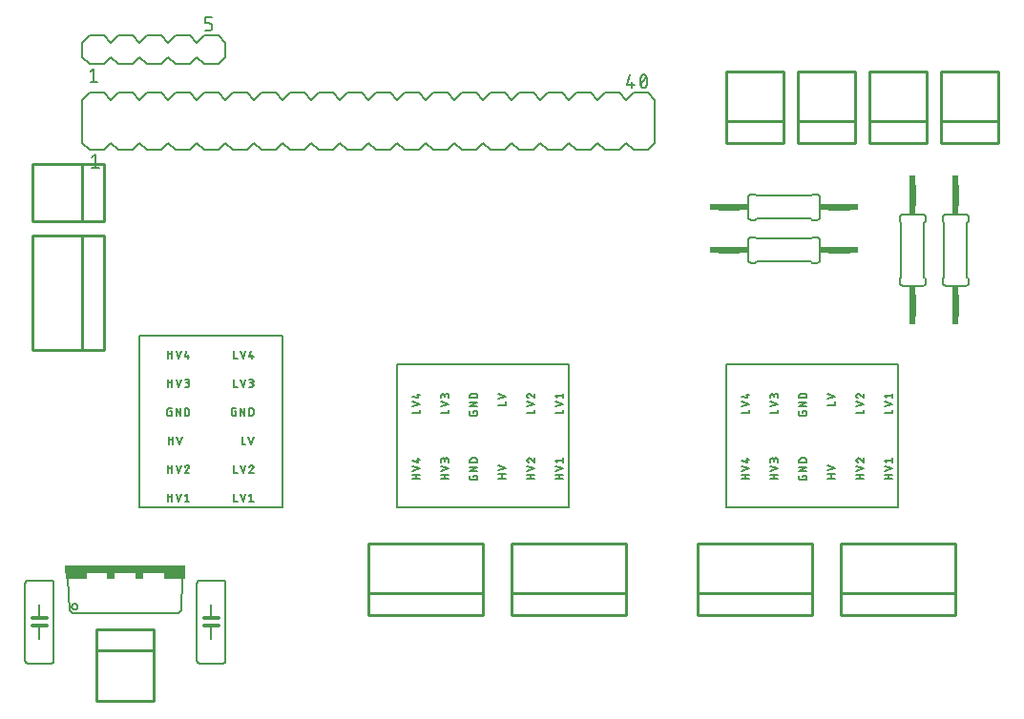
<source format=gto>
G75*
%MOIN*%
%OFA0B0*%
%FSLAX25Y25*%
%IPPOS*%
%LPD*%
%AMOC8*
5,1,8,0,0,1.08239X$1,22.5*
%
%ADD10C,0.00500*%
%ADD11C,0.00600*%
%ADD12C,0.01000*%
%ADD13C,0.01200*%
%ADD14R,0.42000X0.03000*%
%ADD15R,0.07500X0.02000*%
%ADD16R,0.03000X0.02000*%
%ADD17C,0.02400*%
%ADD18R,0.02400X0.03400*%
%ADD19R,0.03400X0.02400*%
D10*
X0025500Y0041000D02*
X0024500Y0042000D01*
X0024000Y0053500D01*
X0025300Y0043400D02*
X0025302Y0043463D01*
X0025308Y0043525D01*
X0025318Y0043587D01*
X0025331Y0043649D01*
X0025349Y0043709D01*
X0025370Y0043768D01*
X0025395Y0043826D01*
X0025424Y0043882D01*
X0025456Y0043936D01*
X0025491Y0043988D01*
X0025529Y0044037D01*
X0025571Y0044085D01*
X0025615Y0044129D01*
X0025663Y0044171D01*
X0025712Y0044209D01*
X0025764Y0044244D01*
X0025818Y0044276D01*
X0025874Y0044305D01*
X0025932Y0044330D01*
X0025991Y0044351D01*
X0026051Y0044369D01*
X0026113Y0044382D01*
X0026175Y0044392D01*
X0026237Y0044398D01*
X0026300Y0044400D01*
X0026363Y0044398D01*
X0026425Y0044392D01*
X0026487Y0044382D01*
X0026549Y0044369D01*
X0026609Y0044351D01*
X0026668Y0044330D01*
X0026726Y0044305D01*
X0026782Y0044276D01*
X0026836Y0044244D01*
X0026888Y0044209D01*
X0026937Y0044171D01*
X0026985Y0044129D01*
X0027029Y0044085D01*
X0027071Y0044037D01*
X0027109Y0043988D01*
X0027144Y0043936D01*
X0027176Y0043882D01*
X0027205Y0043826D01*
X0027230Y0043768D01*
X0027251Y0043709D01*
X0027269Y0043649D01*
X0027282Y0043587D01*
X0027292Y0043525D01*
X0027298Y0043463D01*
X0027300Y0043400D01*
X0027298Y0043337D01*
X0027292Y0043275D01*
X0027282Y0043213D01*
X0027269Y0043151D01*
X0027251Y0043091D01*
X0027230Y0043032D01*
X0027205Y0042974D01*
X0027176Y0042918D01*
X0027144Y0042864D01*
X0027109Y0042812D01*
X0027071Y0042763D01*
X0027029Y0042715D01*
X0026985Y0042671D01*
X0026937Y0042629D01*
X0026888Y0042591D01*
X0026836Y0042556D01*
X0026782Y0042524D01*
X0026726Y0042495D01*
X0026668Y0042470D01*
X0026609Y0042449D01*
X0026549Y0042431D01*
X0026487Y0042418D01*
X0026425Y0042408D01*
X0026363Y0042402D01*
X0026300Y0042400D01*
X0026237Y0042402D01*
X0026175Y0042408D01*
X0026113Y0042418D01*
X0026051Y0042431D01*
X0025991Y0042449D01*
X0025932Y0042470D01*
X0025874Y0042495D01*
X0025818Y0042524D01*
X0025764Y0042556D01*
X0025712Y0042591D01*
X0025663Y0042629D01*
X0025615Y0042671D01*
X0025571Y0042715D01*
X0025529Y0042763D01*
X0025491Y0042812D01*
X0025456Y0042864D01*
X0025424Y0042918D01*
X0025395Y0042974D01*
X0025370Y0043032D01*
X0025349Y0043091D01*
X0025331Y0043151D01*
X0025318Y0043213D01*
X0025308Y0043275D01*
X0025302Y0043337D01*
X0025300Y0043400D01*
X0025500Y0041000D02*
X0062500Y0041000D01*
X0063500Y0042000D01*
X0064000Y0053500D01*
X0049000Y0078000D02*
X0049000Y0138000D01*
X0099000Y0138000D01*
X0099000Y0078000D01*
X0049000Y0078000D01*
X0139000Y0078000D02*
X0139000Y0128000D01*
X0199000Y0128000D01*
X0199000Y0078000D01*
X0139000Y0078000D01*
X0254000Y0078000D02*
X0254000Y0128000D01*
X0314000Y0128000D01*
X0314000Y0078000D01*
X0254000Y0078000D01*
X0221000Y0224750D02*
X0221000Y0226750D01*
X0221750Y0225750D02*
X0219250Y0225750D01*
X0220250Y0229250D01*
X0226250Y0227000D02*
X0226248Y0226880D01*
X0226242Y0226760D01*
X0226232Y0226640D01*
X0226219Y0226521D01*
X0226201Y0226402D01*
X0226180Y0226284D01*
X0226155Y0226166D01*
X0226126Y0226050D01*
X0226093Y0225934D01*
X0226057Y0225820D01*
X0226017Y0225706D01*
X0225973Y0225594D01*
X0225926Y0225484D01*
X0225875Y0225375D01*
X0225854Y0225319D01*
X0225828Y0225264D01*
X0225800Y0225210D01*
X0225768Y0225159D01*
X0225733Y0225110D01*
X0225694Y0225064D01*
X0225653Y0225020D01*
X0225609Y0224978D01*
X0225562Y0224940D01*
X0225513Y0224905D01*
X0225461Y0224873D01*
X0225408Y0224845D01*
X0225353Y0224820D01*
X0225297Y0224799D01*
X0225239Y0224781D01*
X0225180Y0224768D01*
X0225120Y0224758D01*
X0225060Y0224752D01*
X0225000Y0224750D01*
X0224940Y0224752D01*
X0224880Y0224758D01*
X0224820Y0224768D01*
X0224761Y0224781D01*
X0224703Y0224799D01*
X0224647Y0224820D01*
X0224592Y0224845D01*
X0224539Y0224873D01*
X0224487Y0224905D01*
X0224438Y0224940D01*
X0224391Y0224978D01*
X0224347Y0225020D01*
X0224306Y0225064D01*
X0224267Y0225110D01*
X0224232Y0225159D01*
X0224200Y0225210D01*
X0224172Y0225264D01*
X0224146Y0225319D01*
X0224125Y0225375D01*
X0224000Y0225750D02*
X0226000Y0228250D01*
X0225875Y0228625D02*
X0225854Y0228681D01*
X0225828Y0228736D01*
X0225800Y0228790D01*
X0225768Y0228841D01*
X0225733Y0228890D01*
X0225694Y0228936D01*
X0225653Y0228980D01*
X0225609Y0229022D01*
X0225562Y0229060D01*
X0225513Y0229095D01*
X0225461Y0229127D01*
X0225408Y0229155D01*
X0225353Y0229180D01*
X0225297Y0229201D01*
X0225239Y0229219D01*
X0225180Y0229232D01*
X0225120Y0229242D01*
X0225060Y0229248D01*
X0225000Y0229250D01*
X0224940Y0229248D01*
X0224880Y0229242D01*
X0224820Y0229232D01*
X0224761Y0229219D01*
X0224703Y0229201D01*
X0224647Y0229180D01*
X0224592Y0229155D01*
X0224539Y0229127D01*
X0224487Y0229095D01*
X0224438Y0229060D01*
X0224391Y0229022D01*
X0224347Y0228980D01*
X0224306Y0228936D01*
X0224267Y0228890D01*
X0224232Y0228841D01*
X0224200Y0228790D01*
X0224172Y0228736D01*
X0224146Y0228681D01*
X0224125Y0228625D01*
X0225875Y0228625D02*
X0225926Y0228516D01*
X0225973Y0228406D01*
X0226017Y0228294D01*
X0226057Y0228180D01*
X0226093Y0228066D01*
X0226126Y0227950D01*
X0226155Y0227834D01*
X0226180Y0227716D01*
X0226201Y0227598D01*
X0226219Y0227479D01*
X0226232Y0227360D01*
X0226242Y0227240D01*
X0226248Y0227120D01*
X0226250Y0227000D01*
X0223750Y0227000D02*
X0223752Y0226880D01*
X0223758Y0226760D01*
X0223768Y0226640D01*
X0223781Y0226521D01*
X0223799Y0226402D01*
X0223820Y0226284D01*
X0223845Y0226166D01*
X0223874Y0226050D01*
X0223907Y0225934D01*
X0223943Y0225820D01*
X0223983Y0225706D01*
X0224027Y0225594D01*
X0224074Y0225484D01*
X0224125Y0225375D01*
X0223750Y0227000D02*
X0223752Y0227120D01*
X0223758Y0227240D01*
X0223768Y0227360D01*
X0223781Y0227479D01*
X0223799Y0227598D01*
X0223820Y0227716D01*
X0223845Y0227834D01*
X0223874Y0227950D01*
X0223907Y0228066D01*
X0223943Y0228180D01*
X0223983Y0228294D01*
X0224027Y0228406D01*
X0224074Y0228516D01*
X0224125Y0228625D01*
X0074250Y0245750D02*
X0074250Y0246250D01*
X0074248Y0246310D01*
X0074243Y0246371D01*
X0074234Y0246430D01*
X0074221Y0246489D01*
X0074205Y0246548D01*
X0074185Y0246605D01*
X0074162Y0246660D01*
X0074135Y0246715D01*
X0074106Y0246767D01*
X0074073Y0246818D01*
X0074037Y0246867D01*
X0073999Y0246913D01*
X0073957Y0246957D01*
X0073913Y0246999D01*
X0073867Y0247037D01*
X0073818Y0247073D01*
X0073767Y0247106D01*
X0073715Y0247135D01*
X0073660Y0247162D01*
X0073605Y0247185D01*
X0073548Y0247205D01*
X0073489Y0247221D01*
X0073430Y0247234D01*
X0073371Y0247243D01*
X0073310Y0247248D01*
X0073250Y0247250D01*
X0071750Y0247250D01*
X0071750Y0249250D01*
X0074250Y0249250D01*
X0074250Y0245750D02*
X0074248Y0245690D01*
X0074243Y0245629D01*
X0074234Y0245570D01*
X0074221Y0245511D01*
X0074205Y0245452D01*
X0074185Y0245395D01*
X0074162Y0245340D01*
X0074135Y0245285D01*
X0074106Y0245233D01*
X0074073Y0245182D01*
X0074037Y0245133D01*
X0073999Y0245087D01*
X0073957Y0245043D01*
X0073913Y0245001D01*
X0073867Y0244963D01*
X0073818Y0244927D01*
X0073767Y0244894D01*
X0073715Y0244865D01*
X0073660Y0244838D01*
X0073605Y0244815D01*
X0073548Y0244795D01*
X0073489Y0244779D01*
X0073430Y0244766D01*
X0073371Y0244757D01*
X0073310Y0244752D01*
X0073250Y0244750D01*
X0071750Y0244750D01*
X0033000Y0231250D02*
X0033000Y0226750D01*
X0031750Y0226750D02*
X0034250Y0226750D01*
X0031750Y0230250D02*
X0033000Y0231250D01*
X0033500Y0201250D02*
X0032250Y0200250D01*
X0033500Y0201250D02*
X0033500Y0196750D01*
X0032250Y0196750D02*
X0034750Y0196750D01*
D11*
X0018000Y0023500D02*
X0010000Y0023500D01*
X0009940Y0023502D01*
X0009879Y0023507D01*
X0009820Y0023516D01*
X0009761Y0023529D01*
X0009702Y0023545D01*
X0009645Y0023565D01*
X0009590Y0023588D01*
X0009535Y0023615D01*
X0009483Y0023644D01*
X0009432Y0023677D01*
X0009383Y0023713D01*
X0009337Y0023751D01*
X0009293Y0023793D01*
X0009251Y0023837D01*
X0009213Y0023883D01*
X0009177Y0023932D01*
X0009144Y0023983D01*
X0009115Y0024035D01*
X0009088Y0024090D01*
X0009065Y0024145D01*
X0009045Y0024202D01*
X0009029Y0024261D01*
X0009016Y0024320D01*
X0009007Y0024379D01*
X0009002Y0024440D01*
X0009000Y0024500D01*
X0009000Y0051500D01*
X0009002Y0051560D01*
X0009007Y0051621D01*
X0009016Y0051680D01*
X0009029Y0051739D01*
X0009045Y0051798D01*
X0009065Y0051855D01*
X0009088Y0051910D01*
X0009115Y0051965D01*
X0009144Y0052017D01*
X0009177Y0052068D01*
X0009213Y0052117D01*
X0009251Y0052163D01*
X0009293Y0052207D01*
X0009337Y0052249D01*
X0009383Y0052287D01*
X0009432Y0052323D01*
X0009483Y0052356D01*
X0009535Y0052385D01*
X0009590Y0052412D01*
X0009645Y0052435D01*
X0009702Y0052455D01*
X0009761Y0052471D01*
X0009820Y0052484D01*
X0009879Y0052493D01*
X0009940Y0052498D01*
X0010000Y0052500D01*
X0018000Y0052500D01*
X0018060Y0052498D01*
X0018121Y0052493D01*
X0018180Y0052484D01*
X0018239Y0052471D01*
X0018298Y0052455D01*
X0018355Y0052435D01*
X0018410Y0052412D01*
X0018465Y0052385D01*
X0018517Y0052356D01*
X0018568Y0052323D01*
X0018617Y0052287D01*
X0018663Y0052249D01*
X0018707Y0052207D01*
X0018749Y0052163D01*
X0018787Y0052117D01*
X0018823Y0052068D01*
X0018856Y0052017D01*
X0018885Y0051965D01*
X0018912Y0051910D01*
X0018935Y0051855D01*
X0018955Y0051798D01*
X0018971Y0051739D01*
X0018984Y0051680D01*
X0018993Y0051621D01*
X0018998Y0051560D01*
X0019000Y0051500D01*
X0019000Y0024500D01*
X0018998Y0024440D01*
X0018993Y0024379D01*
X0018984Y0024320D01*
X0018971Y0024261D01*
X0018955Y0024202D01*
X0018935Y0024145D01*
X0018912Y0024090D01*
X0018885Y0024035D01*
X0018856Y0023983D01*
X0018823Y0023932D01*
X0018787Y0023883D01*
X0018749Y0023837D01*
X0018707Y0023793D01*
X0018663Y0023751D01*
X0018617Y0023713D01*
X0018568Y0023677D01*
X0018517Y0023644D01*
X0018465Y0023615D01*
X0018410Y0023588D01*
X0018355Y0023565D01*
X0018298Y0023545D01*
X0018239Y0023529D01*
X0018180Y0023516D01*
X0018121Y0023507D01*
X0018060Y0023502D01*
X0018000Y0023500D01*
X0014000Y0032000D02*
X0014000Y0036700D01*
X0014000Y0039200D02*
X0014000Y0044000D01*
X0058900Y0080100D02*
X0058900Y0082700D01*
X0058900Y0081544D02*
X0060344Y0081544D01*
X0060344Y0082700D02*
X0060344Y0080100D01*
X0062598Y0080100D02*
X0063464Y0082700D01*
X0064756Y0082122D02*
X0065478Y0082700D01*
X0065478Y0080100D01*
X0064756Y0080100D02*
X0066200Y0080100D01*
X0062598Y0080100D02*
X0061731Y0082700D01*
X0062598Y0090100D02*
X0063464Y0092700D01*
X0061731Y0092700D02*
X0062598Y0090100D01*
X0064756Y0090100D02*
X0066200Y0090100D01*
X0064756Y0090100D02*
X0065983Y0091544D01*
X0065550Y0092700D02*
X0065495Y0092698D01*
X0065440Y0092693D01*
X0065385Y0092684D01*
X0065332Y0092671D01*
X0065279Y0092655D01*
X0065227Y0092635D01*
X0065177Y0092612D01*
X0065128Y0092586D01*
X0065081Y0092556D01*
X0065037Y0092524D01*
X0064994Y0092488D01*
X0064954Y0092450D01*
X0064917Y0092409D01*
X0064882Y0092366D01*
X0064851Y0092321D01*
X0064822Y0092274D01*
X0064797Y0092225D01*
X0064774Y0092174D01*
X0064756Y0092122D01*
X0065983Y0091545D02*
X0066019Y0091581D01*
X0066052Y0091621D01*
X0066082Y0091662D01*
X0066109Y0091706D01*
X0066133Y0091752D01*
X0066153Y0091799D01*
X0066170Y0091847D01*
X0066183Y0091897D01*
X0066192Y0091948D01*
X0066198Y0091999D01*
X0066200Y0092050D01*
X0066198Y0092099D01*
X0066193Y0092147D01*
X0066184Y0092195D01*
X0066171Y0092242D01*
X0066155Y0092287D01*
X0066136Y0092332D01*
X0066113Y0092375D01*
X0066087Y0092416D01*
X0066058Y0092455D01*
X0066026Y0092492D01*
X0065992Y0092526D01*
X0065955Y0092558D01*
X0065916Y0092587D01*
X0065875Y0092613D01*
X0065832Y0092636D01*
X0065787Y0092655D01*
X0065742Y0092671D01*
X0065695Y0092684D01*
X0065647Y0092693D01*
X0065599Y0092698D01*
X0065550Y0092700D01*
X0060344Y0092700D02*
X0060344Y0090100D01*
X0058900Y0090100D02*
X0058900Y0092700D01*
X0058900Y0091544D02*
X0060344Y0091544D01*
X0060580Y0100100D02*
X0060580Y0102700D01*
X0060580Y0101544D02*
X0059135Y0101544D01*
X0059135Y0102700D02*
X0059135Y0100100D01*
X0062833Y0100100D02*
X0063700Y0102700D01*
X0061967Y0102700D02*
X0062833Y0100100D01*
X0063128Y0110100D02*
X0063128Y0112700D01*
X0061684Y0112700D02*
X0063128Y0110100D01*
X0061684Y0110100D02*
X0061684Y0112700D01*
X0060056Y0112700D02*
X0059189Y0112700D01*
X0059141Y0112698D01*
X0059094Y0112692D01*
X0059047Y0112682D01*
X0059001Y0112669D01*
X0058957Y0112651D01*
X0058914Y0112630D01*
X0058873Y0112606D01*
X0058834Y0112578D01*
X0058798Y0112547D01*
X0058764Y0112513D01*
X0058733Y0112477D01*
X0058705Y0112438D01*
X0058681Y0112397D01*
X0058660Y0112354D01*
X0058642Y0112310D01*
X0058629Y0112264D01*
X0058619Y0112217D01*
X0058613Y0112170D01*
X0058611Y0112122D01*
X0058612Y0112122D02*
X0058612Y0110678D01*
X0058611Y0110678D02*
X0058613Y0110633D01*
X0058618Y0110588D01*
X0058627Y0110543D01*
X0058639Y0110499D01*
X0058655Y0110457D01*
X0058674Y0110416D01*
X0058696Y0110376D01*
X0058721Y0110338D01*
X0058749Y0110303D01*
X0058780Y0110269D01*
X0058814Y0110238D01*
X0058849Y0110210D01*
X0058887Y0110185D01*
X0058927Y0110163D01*
X0058968Y0110144D01*
X0059010Y0110128D01*
X0059054Y0110116D01*
X0059099Y0110107D01*
X0059144Y0110102D01*
X0059189Y0110100D01*
X0060056Y0110100D01*
X0060056Y0111544D01*
X0059623Y0111544D01*
X0064756Y0112700D02*
X0064756Y0110100D01*
X0065478Y0110100D01*
X0065530Y0110102D01*
X0065581Y0110107D01*
X0065631Y0110116D01*
X0065681Y0110129D01*
X0065730Y0110146D01*
X0065778Y0110165D01*
X0065824Y0110188D01*
X0065868Y0110215D01*
X0065911Y0110244D01*
X0065951Y0110276D01*
X0065989Y0110311D01*
X0066024Y0110349D01*
X0066056Y0110389D01*
X0066085Y0110432D01*
X0066112Y0110476D01*
X0066135Y0110522D01*
X0066154Y0110570D01*
X0066171Y0110619D01*
X0066184Y0110669D01*
X0066193Y0110719D01*
X0066198Y0110770D01*
X0066200Y0110822D01*
X0066200Y0111978D01*
X0066198Y0112030D01*
X0066193Y0112081D01*
X0066184Y0112131D01*
X0066171Y0112181D01*
X0066154Y0112230D01*
X0066135Y0112278D01*
X0066112Y0112324D01*
X0066085Y0112368D01*
X0066056Y0112411D01*
X0066024Y0112451D01*
X0065989Y0112489D01*
X0065951Y0112524D01*
X0065911Y0112556D01*
X0065868Y0112585D01*
X0065824Y0112612D01*
X0065778Y0112635D01*
X0065730Y0112654D01*
X0065681Y0112671D01*
X0065631Y0112684D01*
X0065581Y0112693D01*
X0065530Y0112698D01*
X0065478Y0112700D01*
X0064756Y0112700D01*
X0064756Y0120100D02*
X0065478Y0120100D01*
X0065531Y0120102D01*
X0065583Y0120108D01*
X0065635Y0120117D01*
X0065686Y0120131D01*
X0065736Y0120148D01*
X0065784Y0120168D01*
X0065831Y0120192D01*
X0065876Y0120220D01*
X0065919Y0120251D01*
X0065960Y0120284D01*
X0065998Y0120321D01*
X0066033Y0120360D01*
X0066065Y0120402D01*
X0066094Y0120446D01*
X0066120Y0120492D01*
X0066142Y0120540D01*
X0066161Y0120589D01*
X0066177Y0120639D01*
X0066188Y0120691D01*
X0066196Y0120743D01*
X0066200Y0120796D01*
X0066200Y0120848D01*
X0066196Y0120901D01*
X0066188Y0120953D01*
X0066177Y0121005D01*
X0066161Y0121055D01*
X0066142Y0121104D01*
X0066120Y0121152D01*
X0066094Y0121198D01*
X0066065Y0121242D01*
X0066033Y0121284D01*
X0065998Y0121323D01*
X0065960Y0121360D01*
X0065919Y0121393D01*
X0065876Y0121424D01*
X0065831Y0121452D01*
X0065784Y0121476D01*
X0065736Y0121496D01*
X0065686Y0121513D01*
X0065635Y0121527D01*
X0065583Y0121536D01*
X0065531Y0121542D01*
X0065478Y0121544D01*
X0065622Y0121544D02*
X0065044Y0121544D01*
X0065622Y0121544D02*
X0065669Y0121546D01*
X0065715Y0121551D01*
X0065760Y0121561D01*
X0065805Y0121574D01*
X0065849Y0121590D01*
X0065891Y0121610D01*
X0065931Y0121633D01*
X0065969Y0121660D01*
X0066005Y0121689D01*
X0066039Y0121722D01*
X0066070Y0121756D01*
X0066098Y0121794D01*
X0066123Y0121833D01*
X0066144Y0121874D01*
X0066162Y0121917D01*
X0066177Y0121961D01*
X0066188Y0122006D01*
X0066196Y0122052D01*
X0066200Y0122099D01*
X0066200Y0122145D01*
X0066196Y0122192D01*
X0066188Y0122238D01*
X0066177Y0122283D01*
X0066162Y0122327D01*
X0066144Y0122370D01*
X0066123Y0122411D01*
X0066098Y0122450D01*
X0066070Y0122488D01*
X0066039Y0122522D01*
X0066005Y0122555D01*
X0065969Y0122584D01*
X0065931Y0122611D01*
X0065891Y0122634D01*
X0065849Y0122654D01*
X0065805Y0122670D01*
X0065760Y0122683D01*
X0065715Y0122693D01*
X0065669Y0122698D01*
X0065622Y0122700D01*
X0064756Y0122700D01*
X0063464Y0122700D02*
X0062598Y0120100D01*
X0061731Y0122700D01*
X0060344Y0122700D02*
X0060344Y0120100D01*
X0058900Y0120100D02*
X0058900Y0122700D01*
X0058900Y0121544D02*
X0060344Y0121544D01*
X0060344Y0130100D02*
X0060344Y0132700D01*
X0060344Y0131544D02*
X0058900Y0131544D01*
X0058900Y0132700D02*
X0058900Y0130100D01*
X0062598Y0130100D02*
X0063464Y0132700D01*
X0061731Y0132700D02*
X0062598Y0130100D01*
X0064756Y0130678D02*
X0066200Y0130678D01*
X0065767Y0131256D02*
X0065767Y0130100D01*
X0064756Y0130678D02*
X0065333Y0132700D01*
X0081985Y0132700D02*
X0081985Y0130100D01*
X0083141Y0130100D01*
X0085098Y0130100D02*
X0085964Y0132700D01*
X0084231Y0132700D02*
X0085098Y0130100D01*
X0087256Y0130678D02*
X0087833Y0132700D01*
X0088267Y0131256D02*
X0088267Y0130100D01*
X0088700Y0130678D02*
X0087256Y0130678D01*
X0087256Y0122700D02*
X0088122Y0122700D01*
X0088169Y0122698D01*
X0088215Y0122693D01*
X0088260Y0122683D01*
X0088305Y0122670D01*
X0088349Y0122654D01*
X0088391Y0122634D01*
X0088431Y0122611D01*
X0088469Y0122584D01*
X0088505Y0122555D01*
X0088539Y0122522D01*
X0088570Y0122488D01*
X0088598Y0122450D01*
X0088623Y0122411D01*
X0088644Y0122370D01*
X0088662Y0122327D01*
X0088677Y0122283D01*
X0088688Y0122238D01*
X0088696Y0122192D01*
X0088700Y0122145D01*
X0088700Y0122099D01*
X0088696Y0122052D01*
X0088688Y0122006D01*
X0088677Y0121961D01*
X0088662Y0121917D01*
X0088644Y0121874D01*
X0088623Y0121833D01*
X0088598Y0121794D01*
X0088570Y0121756D01*
X0088539Y0121722D01*
X0088505Y0121689D01*
X0088469Y0121660D01*
X0088431Y0121633D01*
X0088391Y0121610D01*
X0088349Y0121590D01*
X0088305Y0121574D01*
X0088260Y0121561D01*
X0088215Y0121551D01*
X0088169Y0121546D01*
X0088122Y0121544D01*
X0087544Y0121544D01*
X0087978Y0121544D02*
X0088031Y0121542D01*
X0088083Y0121536D01*
X0088135Y0121527D01*
X0088186Y0121513D01*
X0088236Y0121496D01*
X0088284Y0121476D01*
X0088331Y0121452D01*
X0088376Y0121424D01*
X0088419Y0121393D01*
X0088460Y0121360D01*
X0088498Y0121323D01*
X0088533Y0121284D01*
X0088565Y0121242D01*
X0088594Y0121198D01*
X0088620Y0121152D01*
X0088642Y0121104D01*
X0088661Y0121055D01*
X0088677Y0121005D01*
X0088688Y0120953D01*
X0088696Y0120901D01*
X0088700Y0120848D01*
X0088700Y0120796D01*
X0088696Y0120743D01*
X0088688Y0120691D01*
X0088677Y0120639D01*
X0088661Y0120589D01*
X0088642Y0120540D01*
X0088620Y0120492D01*
X0088594Y0120446D01*
X0088565Y0120402D01*
X0088533Y0120360D01*
X0088498Y0120321D01*
X0088460Y0120284D01*
X0088419Y0120251D01*
X0088376Y0120220D01*
X0088331Y0120192D01*
X0088284Y0120168D01*
X0088236Y0120148D01*
X0088186Y0120131D01*
X0088135Y0120117D01*
X0088083Y0120108D01*
X0088031Y0120102D01*
X0087978Y0120100D01*
X0087256Y0120100D01*
X0085098Y0120100D02*
X0085964Y0122700D01*
X0084231Y0122700D02*
X0085098Y0120100D01*
X0083141Y0120100D02*
X0081985Y0120100D01*
X0081985Y0122700D01*
X0081689Y0112700D02*
X0082556Y0112700D01*
X0081689Y0112700D02*
X0081641Y0112698D01*
X0081594Y0112692D01*
X0081547Y0112682D01*
X0081501Y0112669D01*
X0081457Y0112651D01*
X0081414Y0112630D01*
X0081373Y0112606D01*
X0081334Y0112578D01*
X0081298Y0112547D01*
X0081264Y0112513D01*
X0081233Y0112477D01*
X0081205Y0112438D01*
X0081181Y0112397D01*
X0081160Y0112354D01*
X0081142Y0112310D01*
X0081129Y0112264D01*
X0081119Y0112217D01*
X0081113Y0112170D01*
X0081111Y0112122D01*
X0081112Y0112122D02*
X0081112Y0110678D01*
X0081111Y0110678D02*
X0081113Y0110633D01*
X0081118Y0110588D01*
X0081127Y0110543D01*
X0081139Y0110499D01*
X0081155Y0110457D01*
X0081174Y0110416D01*
X0081196Y0110376D01*
X0081221Y0110338D01*
X0081249Y0110303D01*
X0081280Y0110269D01*
X0081314Y0110238D01*
X0081349Y0110210D01*
X0081387Y0110185D01*
X0081427Y0110163D01*
X0081468Y0110144D01*
X0081510Y0110128D01*
X0081554Y0110116D01*
X0081599Y0110107D01*
X0081644Y0110102D01*
X0081689Y0110100D01*
X0082556Y0110100D01*
X0082556Y0111544D01*
X0082123Y0111544D01*
X0084184Y0112700D02*
X0085628Y0110100D01*
X0085628Y0112700D01*
X0084184Y0112700D02*
X0084184Y0110100D01*
X0087256Y0110100D02*
X0087256Y0112700D01*
X0087978Y0112700D01*
X0088030Y0112698D01*
X0088081Y0112693D01*
X0088131Y0112684D01*
X0088181Y0112671D01*
X0088230Y0112654D01*
X0088278Y0112635D01*
X0088324Y0112612D01*
X0088368Y0112585D01*
X0088411Y0112556D01*
X0088451Y0112524D01*
X0088489Y0112489D01*
X0088524Y0112451D01*
X0088556Y0112411D01*
X0088585Y0112368D01*
X0088612Y0112324D01*
X0088635Y0112278D01*
X0088654Y0112230D01*
X0088671Y0112181D01*
X0088684Y0112131D01*
X0088693Y0112081D01*
X0088698Y0112030D01*
X0088700Y0111978D01*
X0088700Y0110822D01*
X0088698Y0110770D01*
X0088693Y0110719D01*
X0088684Y0110669D01*
X0088671Y0110619D01*
X0088654Y0110570D01*
X0088635Y0110522D01*
X0088612Y0110476D01*
X0088585Y0110432D01*
X0088556Y0110389D01*
X0088524Y0110349D01*
X0088489Y0110311D01*
X0088451Y0110276D01*
X0088411Y0110244D01*
X0088368Y0110215D01*
X0088324Y0110188D01*
X0088278Y0110165D01*
X0088230Y0110146D01*
X0088181Y0110129D01*
X0088131Y0110116D01*
X0088081Y0110107D01*
X0088030Y0110102D01*
X0087978Y0110100D01*
X0087256Y0110100D01*
X0086967Y0102700D02*
X0087833Y0100100D01*
X0088700Y0102700D01*
X0085876Y0100100D02*
X0084721Y0100100D01*
X0084721Y0102700D01*
X0084231Y0092700D02*
X0085098Y0090100D01*
X0085964Y0092700D01*
X0088483Y0091545D02*
X0088519Y0091581D01*
X0088552Y0091621D01*
X0088582Y0091662D01*
X0088609Y0091706D01*
X0088633Y0091752D01*
X0088653Y0091799D01*
X0088670Y0091847D01*
X0088683Y0091897D01*
X0088692Y0091948D01*
X0088698Y0091999D01*
X0088700Y0092050D01*
X0088483Y0091544D02*
X0087256Y0090100D01*
X0088700Y0090100D01*
X0087256Y0092122D02*
X0087274Y0092174D01*
X0087297Y0092225D01*
X0087322Y0092274D01*
X0087351Y0092321D01*
X0087382Y0092366D01*
X0087417Y0092409D01*
X0087454Y0092450D01*
X0087494Y0092488D01*
X0087537Y0092524D01*
X0087581Y0092556D01*
X0087628Y0092586D01*
X0087677Y0092612D01*
X0087727Y0092635D01*
X0087779Y0092655D01*
X0087832Y0092671D01*
X0087885Y0092684D01*
X0087940Y0092693D01*
X0087995Y0092698D01*
X0088050Y0092700D01*
X0088099Y0092698D01*
X0088147Y0092693D01*
X0088195Y0092684D01*
X0088242Y0092671D01*
X0088287Y0092655D01*
X0088332Y0092636D01*
X0088375Y0092613D01*
X0088416Y0092587D01*
X0088455Y0092558D01*
X0088492Y0092526D01*
X0088526Y0092492D01*
X0088558Y0092455D01*
X0088587Y0092416D01*
X0088613Y0092375D01*
X0088636Y0092332D01*
X0088655Y0092287D01*
X0088671Y0092242D01*
X0088684Y0092195D01*
X0088693Y0092147D01*
X0088698Y0092099D01*
X0088700Y0092050D01*
X0083141Y0090100D02*
X0081985Y0090100D01*
X0081985Y0092700D01*
X0081985Y0082700D02*
X0081985Y0080100D01*
X0083141Y0080100D01*
X0085098Y0080100D02*
X0085964Y0082700D01*
X0087256Y0082122D02*
X0087978Y0082700D01*
X0087978Y0080100D01*
X0087256Y0080100D02*
X0088700Y0080100D01*
X0085098Y0080100D02*
X0084231Y0082700D01*
X0078000Y0052500D02*
X0070000Y0052500D01*
X0069940Y0052498D01*
X0069879Y0052493D01*
X0069820Y0052484D01*
X0069761Y0052471D01*
X0069702Y0052455D01*
X0069645Y0052435D01*
X0069590Y0052412D01*
X0069535Y0052385D01*
X0069483Y0052356D01*
X0069432Y0052323D01*
X0069383Y0052287D01*
X0069337Y0052249D01*
X0069293Y0052207D01*
X0069251Y0052163D01*
X0069213Y0052117D01*
X0069177Y0052068D01*
X0069144Y0052017D01*
X0069115Y0051965D01*
X0069088Y0051910D01*
X0069065Y0051855D01*
X0069045Y0051798D01*
X0069029Y0051739D01*
X0069016Y0051680D01*
X0069007Y0051621D01*
X0069002Y0051560D01*
X0069000Y0051500D01*
X0069000Y0024500D01*
X0069002Y0024440D01*
X0069007Y0024379D01*
X0069016Y0024320D01*
X0069029Y0024261D01*
X0069045Y0024202D01*
X0069065Y0024145D01*
X0069088Y0024090D01*
X0069115Y0024035D01*
X0069144Y0023983D01*
X0069177Y0023932D01*
X0069213Y0023883D01*
X0069251Y0023837D01*
X0069293Y0023793D01*
X0069337Y0023751D01*
X0069383Y0023713D01*
X0069432Y0023677D01*
X0069483Y0023644D01*
X0069535Y0023615D01*
X0069590Y0023588D01*
X0069645Y0023565D01*
X0069702Y0023545D01*
X0069761Y0023529D01*
X0069820Y0023516D01*
X0069879Y0023507D01*
X0069940Y0023502D01*
X0070000Y0023500D01*
X0078000Y0023500D01*
X0078060Y0023502D01*
X0078121Y0023507D01*
X0078180Y0023516D01*
X0078239Y0023529D01*
X0078298Y0023545D01*
X0078355Y0023565D01*
X0078410Y0023588D01*
X0078465Y0023615D01*
X0078517Y0023644D01*
X0078568Y0023677D01*
X0078617Y0023713D01*
X0078663Y0023751D01*
X0078707Y0023793D01*
X0078749Y0023837D01*
X0078787Y0023883D01*
X0078823Y0023932D01*
X0078856Y0023983D01*
X0078885Y0024035D01*
X0078912Y0024090D01*
X0078935Y0024145D01*
X0078955Y0024202D01*
X0078971Y0024261D01*
X0078984Y0024320D01*
X0078993Y0024379D01*
X0078998Y0024440D01*
X0079000Y0024500D01*
X0079000Y0051500D01*
X0078998Y0051560D01*
X0078993Y0051621D01*
X0078984Y0051680D01*
X0078971Y0051739D01*
X0078955Y0051798D01*
X0078935Y0051855D01*
X0078912Y0051910D01*
X0078885Y0051965D01*
X0078856Y0052017D01*
X0078823Y0052068D01*
X0078787Y0052117D01*
X0078749Y0052163D01*
X0078707Y0052207D01*
X0078663Y0052249D01*
X0078617Y0052287D01*
X0078568Y0052323D01*
X0078517Y0052356D01*
X0078465Y0052385D01*
X0078410Y0052412D01*
X0078355Y0052435D01*
X0078298Y0052455D01*
X0078239Y0052471D01*
X0078180Y0052484D01*
X0078121Y0052493D01*
X0078060Y0052498D01*
X0078000Y0052500D01*
X0074000Y0044000D02*
X0074000Y0039200D01*
X0074000Y0036700D02*
X0074000Y0032000D01*
X0144300Y0087900D02*
X0146900Y0087900D01*
X0146900Y0089344D02*
X0144300Y0089344D01*
X0145456Y0089344D02*
X0145456Y0087900D01*
X0144300Y0090731D02*
X0146900Y0091598D01*
X0144300Y0092464D01*
X0144300Y0094333D02*
X0146322Y0093756D01*
X0146322Y0095200D01*
X0145744Y0094767D02*
X0146900Y0094767D01*
X0154300Y0094622D02*
X0154300Y0093756D01*
X0154300Y0094622D02*
X0154302Y0094669D01*
X0154307Y0094715D01*
X0154317Y0094760D01*
X0154330Y0094805D01*
X0154346Y0094849D01*
X0154366Y0094891D01*
X0154389Y0094931D01*
X0154416Y0094969D01*
X0154445Y0095005D01*
X0154478Y0095039D01*
X0154512Y0095070D01*
X0154550Y0095098D01*
X0154589Y0095123D01*
X0154630Y0095144D01*
X0154673Y0095162D01*
X0154717Y0095177D01*
X0154762Y0095188D01*
X0154808Y0095196D01*
X0154855Y0095200D01*
X0154901Y0095200D01*
X0154948Y0095196D01*
X0154994Y0095188D01*
X0155039Y0095177D01*
X0155083Y0095162D01*
X0155126Y0095144D01*
X0155167Y0095123D01*
X0155206Y0095098D01*
X0155244Y0095070D01*
X0155278Y0095039D01*
X0155311Y0095005D01*
X0155340Y0094969D01*
X0155367Y0094931D01*
X0155390Y0094891D01*
X0155410Y0094849D01*
X0155426Y0094805D01*
X0155439Y0094760D01*
X0155449Y0094715D01*
X0155454Y0094669D01*
X0155456Y0094622D01*
X0155456Y0094044D01*
X0155456Y0094478D02*
X0155458Y0094531D01*
X0155464Y0094583D01*
X0155473Y0094635D01*
X0155487Y0094686D01*
X0155504Y0094736D01*
X0155524Y0094784D01*
X0155548Y0094831D01*
X0155576Y0094876D01*
X0155607Y0094919D01*
X0155640Y0094960D01*
X0155677Y0094998D01*
X0155716Y0095033D01*
X0155758Y0095065D01*
X0155802Y0095094D01*
X0155848Y0095120D01*
X0155896Y0095142D01*
X0155945Y0095161D01*
X0155995Y0095177D01*
X0156047Y0095188D01*
X0156099Y0095196D01*
X0156152Y0095200D01*
X0156204Y0095200D01*
X0156257Y0095196D01*
X0156309Y0095188D01*
X0156361Y0095177D01*
X0156411Y0095161D01*
X0156460Y0095142D01*
X0156508Y0095120D01*
X0156554Y0095094D01*
X0156598Y0095065D01*
X0156640Y0095033D01*
X0156679Y0094998D01*
X0156716Y0094960D01*
X0156749Y0094919D01*
X0156780Y0094876D01*
X0156808Y0094831D01*
X0156832Y0094784D01*
X0156852Y0094736D01*
X0156869Y0094686D01*
X0156883Y0094635D01*
X0156892Y0094583D01*
X0156898Y0094531D01*
X0156900Y0094478D01*
X0156900Y0093756D01*
X0156900Y0091598D02*
X0154300Y0092464D01*
X0154300Y0090731D02*
X0156900Y0091598D01*
X0156900Y0089344D02*
X0154300Y0089344D01*
X0155456Y0089344D02*
X0155456Y0087900D01*
X0154300Y0087900D02*
X0156900Y0087900D01*
X0164300Y0088189D02*
X0164300Y0089056D01*
X0164300Y0088189D02*
X0164302Y0088141D01*
X0164308Y0088094D01*
X0164318Y0088047D01*
X0164331Y0088001D01*
X0164349Y0087957D01*
X0164370Y0087914D01*
X0164394Y0087873D01*
X0164422Y0087834D01*
X0164453Y0087798D01*
X0164487Y0087764D01*
X0164523Y0087733D01*
X0164562Y0087705D01*
X0164603Y0087681D01*
X0164646Y0087660D01*
X0164690Y0087642D01*
X0164736Y0087629D01*
X0164783Y0087619D01*
X0164830Y0087613D01*
X0164878Y0087611D01*
X0164878Y0087612D02*
X0166322Y0087612D01*
X0166322Y0087611D02*
X0166370Y0087613D01*
X0166417Y0087619D01*
X0166464Y0087629D01*
X0166510Y0087642D01*
X0166554Y0087660D01*
X0166597Y0087681D01*
X0166638Y0087705D01*
X0166677Y0087733D01*
X0166713Y0087764D01*
X0166747Y0087798D01*
X0166778Y0087834D01*
X0166806Y0087873D01*
X0166830Y0087914D01*
X0166851Y0087957D01*
X0166869Y0088001D01*
X0166882Y0088047D01*
X0166892Y0088094D01*
X0166898Y0088141D01*
X0166900Y0088189D01*
X0166900Y0089056D01*
X0165456Y0089056D01*
X0165456Y0088623D01*
X0164300Y0090684D02*
X0166900Y0092128D01*
X0164300Y0092128D01*
X0164300Y0090684D02*
X0166900Y0090684D01*
X0166900Y0093756D02*
X0164300Y0093756D01*
X0164300Y0094478D01*
X0164302Y0094530D01*
X0164307Y0094581D01*
X0164317Y0094631D01*
X0164329Y0094681D01*
X0164346Y0094730D01*
X0164365Y0094778D01*
X0164388Y0094824D01*
X0164415Y0094868D01*
X0164444Y0094911D01*
X0164476Y0094951D01*
X0164511Y0094989D01*
X0164549Y0095024D01*
X0164589Y0095056D01*
X0164632Y0095085D01*
X0164676Y0095112D01*
X0164722Y0095135D01*
X0164770Y0095154D01*
X0164819Y0095171D01*
X0164869Y0095184D01*
X0164919Y0095193D01*
X0164971Y0095198D01*
X0165022Y0095200D01*
X0166178Y0095200D01*
X0166230Y0095198D01*
X0166281Y0095193D01*
X0166331Y0095184D01*
X0166381Y0095171D01*
X0166430Y0095154D01*
X0166478Y0095135D01*
X0166524Y0095112D01*
X0166568Y0095085D01*
X0166611Y0095056D01*
X0166651Y0095024D01*
X0166689Y0094989D01*
X0166724Y0094951D01*
X0166756Y0094911D01*
X0166785Y0094868D01*
X0166812Y0094824D01*
X0166835Y0094778D01*
X0166854Y0094730D01*
X0166871Y0094681D01*
X0166884Y0094631D01*
X0166893Y0094581D01*
X0166898Y0094530D01*
X0166900Y0094478D01*
X0166900Y0093756D01*
X0174300Y0092700D02*
X0176900Y0091833D01*
X0174300Y0090967D01*
X0174300Y0089580D02*
X0176900Y0089580D01*
X0175456Y0089580D02*
X0175456Y0088135D01*
X0174300Y0088135D02*
X0176900Y0088135D01*
X0184300Y0087900D02*
X0186900Y0087900D01*
X0186900Y0089344D02*
X0184300Y0089344D01*
X0185456Y0089344D02*
X0185456Y0087900D01*
X0184300Y0090731D02*
X0186900Y0091598D01*
X0184300Y0092464D01*
X0185455Y0094983D02*
X0185419Y0095019D01*
X0185379Y0095052D01*
X0185338Y0095082D01*
X0185294Y0095109D01*
X0185248Y0095133D01*
X0185201Y0095153D01*
X0185153Y0095170D01*
X0185103Y0095183D01*
X0185052Y0095192D01*
X0185001Y0095198D01*
X0184950Y0095200D01*
X0185456Y0094983D02*
X0186900Y0093756D01*
X0186900Y0095200D01*
X0184878Y0093756D02*
X0184826Y0093774D01*
X0184775Y0093797D01*
X0184726Y0093822D01*
X0184679Y0093851D01*
X0184634Y0093882D01*
X0184591Y0093917D01*
X0184550Y0093954D01*
X0184512Y0093994D01*
X0184476Y0094037D01*
X0184444Y0094081D01*
X0184414Y0094128D01*
X0184388Y0094177D01*
X0184365Y0094227D01*
X0184345Y0094279D01*
X0184329Y0094332D01*
X0184316Y0094385D01*
X0184307Y0094440D01*
X0184302Y0094495D01*
X0184300Y0094550D01*
X0184302Y0094599D01*
X0184307Y0094647D01*
X0184316Y0094695D01*
X0184329Y0094742D01*
X0184345Y0094787D01*
X0184364Y0094832D01*
X0184387Y0094875D01*
X0184413Y0094916D01*
X0184442Y0094955D01*
X0184474Y0094992D01*
X0184508Y0095026D01*
X0184545Y0095058D01*
X0184584Y0095087D01*
X0184625Y0095113D01*
X0184668Y0095136D01*
X0184713Y0095155D01*
X0184758Y0095171D01*
X0184805Y0095184D01*
X0184853Y0095193D01*
X0184901Y0095198D01*
X0184950Y0095200D01*
X0194300Y0094478D02*
X0196900Y0094478D01*
X0196900Y0093756D02*
X0196900Y0095200D01*
X0194878Y0093756D02*
X0194300Y0094478D01*
X0194300Y0092464D02*
X0196900Y0091598D01*
X0194300Y0090731D01*
X0194300Y0089344D02*
X0196900Y0089344D01*
X0196900Y0087900D02*
X0194300Y0087900D01*
X0195456Y0087900D02*
X0195456Y0089344D01*
X0194300Y0110985D02*
X0196900Y0110985D01*
X0196900Y0112141D01*
X0196900Y0114098D02*
X0194300Y0114964D01*
X0194878Y0116256D02*
X0194300Y0116978D01*
X0196900Y0116978D01*
X0196900Y0116256D02*
X0196900Y0117700D01*
X0196900Y0114098D02*
X0194300Y0113231D01*
X0186900Y0114098D02*
X0184300Y0113231D01*
X0184300Y0114964D02*
X0186900Y0114098D01*
X0186900Y0112141D02*
X0186900Y0110985D01*
X0184300Y0110985D01*
X0176900Y0113721D02*
X0176900Y0114876D01*
X0176900Y0113721D02*
X0174300Y0113721D01*
X0174300Y0115967D02*
X0176900Y0116833D01*
X0174300Y0117700D01*
X0166900Y0116978D02*
X0166900Y0116256D01*
X0164300Y0116256D01*
X0164300Y0116978D01*
X0164302Y0117030D01*
X0164307Y0117081D01*
X0164317Y0117131D01*
X0164329Y0117181D01*
X0164346Y0117230D01*
X0164365Y0117278D01*
X0164388Y0117324D01*
X0164415Y0117368D01*
X0164444Y0117411D01*
X0164476Y0117451D01*
X0164511Y0117489D01*
X0164549Y0117524D01*
X0164589Y0117556D01*
X0164632Y0117585D01*
X0164676Y0117612D01*
X0164722Y0117635D01*
X0164770Y0117654D01*
X0164819Y0117671D01*
X0164869Y0117684D01*
X0164919Y0117693D01*
X0164971Y0117698D01*
X0165022Y0117700D01*
X0166178Y0117700D01*
X0166230Y0117698D01*
X0166281Y0117693D01*
X0166331Y0117684D01*
X0166381Y0117671D01*
X0166430Y0117654D01*
X0166478Y0117635D01*
X0166524Y0117612D01*
X0166568Y0117585D01*
X0166611Y0117556D01*
X0166651Y0117524D01*
X0166689Y0117489D01*
X0166724Y0117451D01*
X0166756Y0117411D01*
X0166785Y0117368D01*
X0166812Y0117324D01*
X0166835Y0117278D01*
X0166854Y0117230D01*
X0166871Y0117181D01*
X0166884Y0117131D01*
X0166893Y0117081D01*
X0166898Y0117030D01*
X0166900Y0116978D01*
X0166900Y0114628D02*
X0164300Y0114628D01*
X0164300Y0113184D02*
X0166900Y0114628D01*
X0166900Y0113184D02*
X0164300Y0113184D01*
X0164300Y0111556D02*
X0164300Y0110689D01*
X0164302Y0110641D01*
X0164308Y0110594D01*
X0164318Y0110547D01*
X0164331Y0110501D01*
X0164349Y0110457D01*
X0164370Y0110414D01*
X0164394Y0110373D01*
X0164422Y0110334D01*
X0164453Y0110298D01*
X0164487Y0110264D01*
X0164523Y0110233D01*
X0164562Y0110205D01*
X0164603Y0110181D01*
X0164646Y0110160D01*
X0164690Y0110142D01*
X0164736Y0110129D01*
X0164783Y0110119D01*
X0164830Y0110113D01*
X0164878Y0110111D01*
X0164878Y0110112D02*
X0166322Y0110112D01*
X0166322Y0110111D02*
X0166370Y0110113D01*
X0166417Y0110119D01*
X0166464Y0110129D01*
X0166510Y0110142D01*
X0166554Y0110160D01*
X0166597Y0110181D01*
X0166638Y0110205D01*
X0166677Y0110233D01*
X0166713Y0110264D01*
X0166747Y0110298D01*
X0166778Y0110334D01*
X0166806Y0110373D01*
X0166830Y0110414D01*
X0166851Y0110457D01*
X0166869Y0110501D01*
X0166882Y0110547D01*
X0166892Y0110594D01*
X0166898Y0110641D01*
X0166900Y0110689D01*
X0166900Y0111556D01*
X0165456Y0111556D01*
X0165456Y0111123D01*
X0156900Y0110985D02*
X0156900Y0112141D01*
X0156900Y0110985D02*
X0154300Y0110985D01*
X0154300Y0113231D02*
X0156900Y0114098D01*
X0154300Y0114964D01*
X0154300Y0116256D02*
X0154300Y0117122D01*
X0154302Y0117169D01*
X0154307Y0117215D01*
X0154317Y0117260D01*
X0154330Y0117305D01*
X0154346Y0117349D01*
X0154366Y0117391D01*
X0154389Y0117431D01*
X0154416Y0117469D01*
X0154445Y0117505D01*
X0154478Y0117539D01*
X0154512Y0117570D01*
X0154550Y0117598D01*
X0154589Y0117623D01*
X0154630Y0117644D01*
X0154673Y0117662D01*
X0154717Y0117677D01*
X0154762Y0117688D01*
X0154808Y0117696D01*
X0154855Y0117700D01*
X0154901Y0117700D01*
X0154948Y0117696D01*
X0154994Y0117688D01*
X0155039Y0117677D01*
X0155083Y0117662D01*
X0155126Y0117644D01*
X0155167Y0117623D01*
X0155206Y0117598D01*
X0155244Y0117570D01*
X0155278Y0117539D01*
X0155311Y0117505D01*
X0155340Y0117469D01*
X0155367Y0117431D01*
X0155390Y0117391D01*
X0155410Y0117349D01*
X0155426Y0117305D01*
X0155439Y0117260D01*
X0155449Y0117215D01*
X0155454Y0117169D01*
X0155456Y0117122D01*
X0155456Y0116544D01*
X0155456Y0116978D02*
X0155458Y0117031D01*
X0155464Y0117083D01*
X0155473Y0117135D01*
X0155487Y0117186D01*
X0155504Y0117236D01*
X0155524Y0117284D01*
X0155548Y0117331D01*
X0155576Y0117376D01*
X0155607Y0117419D01*
X0155640Y0117460D01*
X0155677Y0117498D01*
X0155716Y0117533D01*
X0155758Y0117565D01*
X0155802Y0117594D01*
X0155848Y0117620D01*
X0155896Y0117642D01*
X0155945Y0117661D01*
X0155995Y0117677D01*
X0156047Y0117688D01*
X0156099Y0117696D01*
X0156152Y0117700D01*
X0156204Y0117700D01*
X0156257Y0117696D01*
X0156309Y0117688D01*
X0156361Y0117677D01*
X0156411Y0117661D01*
X0156460Y0117642D01*
X0156508Y0117620D01*
X0156554Y0117594D01*
X0156598Y0117565D01*
X0156640Y0117533D01*
X0156679Y0117498D01*
X0156716Y0117460D01*
X0156749Y0117419D01*
X0156780Y0117376D01*
X0156808Y0117331D01*
X0156832Y0117284D01*
X0156852Y0117236D01*
X0156869Y0117186D01*
X0156883Y0117135D01*
X0156892Y0117083D01*
X0156898Y0117031D01*
X0156900Y0116978D01*
X0156900Y0116256D01*
X0146900Y0117267D02*
X0145744Y0117267D01*
X0146322Y0117700D02*
X0146322Y0116256D01*
X0144300Y0116833D01*
X0144300Y0114964D02*
X0146900Y0114098D01*
X0144300Y0113231D01*
X0144300Y0110985D02*
X0146900Y0110985D01*
X0146900Y0112141D01*
X0184950Y0117700D02*
X0185001Y0117698D01*
X0185052Y0117692D01*
X0185103Y0117683D01*
X0185153Y0117670D01*
X0185201Y0117653D01*
X0185248Y0117633D01*
X0185294Y0117609D01*
X0185338Y0117582D01*
X0185379Y0117552D01*
X0185419Y0117519D01*
X0185455Y0117483D01*
X0185456Y0117483D02*
X0186900Y0116256D01*
X0186900Y0117700D01*
X0184878Y0116256D02*
X0184826Y0116274D01*
X0184775Y0116297D01*
X0184726Y0116322D01*
X0184679Y0116351D01*
X0184634Y0116382D01*
X0184591Y0116417D01*
X0184550Y0116454D01*
X0184512Y0116494D01*
X0184476Y0116537D01*
X0184444Y0116581D01*
X0184414Y0116628D01*
X0184388Y0116677D01*
X0184365Y0116727D01*
X0184345Y0116779D01*
X0184329Y0116832D01*
X0184316Y0116885D01*
X0184307Y0116940D01*
X0184302Y0116995D01*
X0184300Y0117050D01*
X0184302Y0117099D01*
X0184307Y0117147D01*
X0184316Y0117195D01*
X0184329Y0117242D01*
X0184345Y0117287D01*
X0184364Y0117332D01*
X0184387Y0117375D01*
X0184413Y0117416D01*
X0184442Y0117455D01*
X0184474Y0117492D01*
X0184508Y0117526D01*
X0184545Y0117558D01*
X0184584Y0117587D01*
X0184625Y0117613D01*
X0184668Y0117636D01*
X0184713Y0117655D01*
X0184758Y0117671D01*
X0184805Y0117684D01*
X0184853Y0117693D01*
X0184901Y0117698D01*
X0184950Y0117700D01*
X0259300Y0116833D02*
X0261322Y0116256D01*
X0261322Y0117700D01*
X0260744Y0117267D02*
X0261900Y0117267D01*
X0261900Y0114098D02*
X0259300Y0114964D01*
X0259300Y0113231D02*
X0261900Y0114098D01*
X0261900Y0112141D02*
X0261900Y0110985D01*
X0259300Y0110985D01*
X0269300Y0110985D02*
X0271900Y0110985D01*
X0271900Y0112141D01*
X0271900Y0114098D02*
X0269300Y0114964D01*
X0269300Y0116256D02*
X0269300Y0117122D01*
X0269302Y0117169D01*
X0269307Y0117215D01*
X0269317Y0117260D01*
X0269330Y0117305D01*
X0269346Y0117349D01*
X0269366Y0117391D01*
X0269389Y0117431D01*
X0269416Y0117469D01*
X0269445Y0117505D01*
X0269478Y0117539D01*
X0269512Y0117570D01*
X0269550Y0117598D01*
X0269589Y0117623D01*
X0269630Y0117644D01*
X0269673Y0117662D01*
X0269717Y0117677D01*
X0269762Y0117688D01*
X0269808Y0117696D01*
X0269855Y0117700D01*
X0269901Y0117700D01*
X0269948Y0117696D01*
X0269994Y0117688D01*
X0270039Y0117677D01*
X0270083Y0117662D01*
X0270126Y0117644D01*
X0270167Y0117623D01*
X0270206Y0117598D01*
X0270244Y0117570D01*
X0270278Y0117539D01*
X0270311Y0117505D01*
X0270340Y0117469D01*
X0270367Y0117431D01*
X0270390Y0117391D01*
X0270410Y0117349D01*
X0270426Y0117305D01*
X0270439Y0117260D01*
X0270449Y0117215D01*
X0270454Y0117169D01*
X0270456Y0117122D01*
X0270456Y0116544D01*
X0270456Y0116978D02*
X0270458Y0117031D01*
X0270464Y0117083D01*
X0270473Y0117135D01*
X0270487Y0117186D01*
X0270504Y0117236D01*
X0270524Y0117284D01*
X0270548Y0117331D01*
X0270576Y0117376D01*
X0270607Y0117419D01*
X0270640Y0117460D01*
X0270677Y0117498D01*
X0270716Y0117533D01*
X0270758Y0117565D01*
X0270802Y0117594D01*
X0270848Y0117620D01*
X0270896Y0117642D01*
X0270945Y0117661D01*
X0270995Y0117677D01*
X0271047Y0117688D01*
X0271099Y0117696D01*
X0271152Y0117700D01*
X0271204Y0117700D01*
X0271257Y0117696D01*
X0271309Y0117688D01*
X0271361Y0117677D01*
X0271411Y0117661D01*
X0271460Y0117642D01*
X0271508Y0117620D01*
X0271554Y0117594D01*
X0271598Y0117565D01*
X0271640Y0117533D01*
X0271679Y0117498D01*
X0271716Y0117460D01*
X0271749Y0117419D01*
X0271780Y0117376D01*
X0271808Y0117331D01*
X0271832Y0117284D01*
X0271852Y0117236D01*
X0271869Y0117186D01*
X0271883Y0117135D01*
X0271892Y0117083D01*
X0271898Y0117031D01*
X0271900Y0116978D01*
X0271900Y0116256D01*
X0271900Y0114098D02*
X0269300Y0113231D01*
X0279300Y0113184D02*
X0281900Y0114628D01*
X0279300Y0114628D01*
X0279300Y0113184D02*
X0281900Y0113184D01*
X0281900Y0111556D02*
X0281900Y0110689D01*
X0281898Y0110641D01*
X0281892Y0110594D01*
X0281882Y0110547D01*
X0281869Y0110501D01*
X0281851Y0110457D01*
X0281830Y0110414D01*
X0281806Y0110373D01*
X0281778Y0110334D01*
X0281747Y0110298D01*
X0281713Y0110264D01*
X0281677Y0110233D01*
X0281638Y0110205D01*
X0281597Y0110181D01*
X0281554Y0110160D01*
X0281510Y0110142D01*
X0281464Y0110129D01*
X0281417Y0110119D01*
X0281370Y0110113D01*
X0281322Y0110111D01*
X0281322Y0110112D02*
X0279878Y0110112D01*
X0279878Y0110111D02*
X0279830Y0110113D01*
X0279783Y0110119D01*
X0279736Y0110129D01*
X0279690Y0110142D01*
X0279646Y0110160D01*
X0279603Y0110181D01*
X0279562Y0110205D01*
X0279523Y0110233D01*
X0279487Y0110264D01*
X0279453Y0110298D01*
X0279422Y0110334D01*
X0279394Y0110373D01*
X0279370Y0110414D01*
X0279349Y0110457D01*
X0279331Y0110501D01*
X0279318Y0110547D01*
X0279308Y0110594D01*
X0279302Y0110641D01*
X0279300Y0110689D01*
X0279300Y0111556D01*
X0280456Y0111556D02*
X0281900Y0111556D01*
X0280456Y0111556D02*
X0280456Y0111123D01*
X0279300Y0116256D02*
X0279300Y0116978D01*
X0279302Y0117030D01*
X0279307Y0117081D01*
X0279317Y0117131D01*
X0279329Y0117181D01*
X0279346Y0117230D01*
X0279365Y0117278D01*
X0279388Y0117324D01*
X0279415Y0117368D01*
X0279444Y0117411D01*
X0279476Y0117451D01*
X0279511Y0117489D01*
X0279549Y0117524D01*
X0279589Y0117556D01*
X0279632Y0117585D01*
X0279676Y0117612D01*
X0279722Y0117635D01*
X0279770Y0117654D01*
X0279819Y0117671D01*
X0279869Y0117684D01*
X0279919Y0117693D01*
X0279971Y0117698D01*
X0280022Y0117700D01*
X0281178Y0117700D01*
X0281230Y0117698D01*
X0281281Y0117693D01*
X0281331Y0117684D01*
X0281381Y0117671D01*
X0281430Y0117654D01*
X0281478Y0117635D01*
X0281524Y0117612D01*
X0281568Y0117585D01*
X0281611Y0117556D01*
X0281651Y0117524D01*
X0281689Y0117489D01*
X0281724Y0117451D01*
X0281756Y0117411D01*
X0281785Y0117368D01*
X0281812Y0117324D01*
X0281835Y0117278D01*
X0281854Y0117230D01*
X0281871Y0117181D01*
X0281884Y0117131D01*
X0281893Y0117081D01*
X0281898Y0117030D01*
X0281900Y0116978D01*
X0281900Y0116256D01*
X0279300Y0116256D01*
X0289300Y0115967D02*
X0291900Y0116833D01*
X0289300Y0117700D01*
X0291900Y0114876D02*
X0291900Y0113721D01*
X0289300Y0113721D01*
X0299300Y0113231D02*
X0301900Y0114098D01*
X0299300Y0114964D01*
X0300455Y0117483D02*
X0300419Y0117519D01*
X0300379Y0117552D01*
X0300338Y0117582D01*
X0300294Y0117609D01*
X0300248Y0117633D01*
X0300201Y0117653D01*
X0300153Y0117670D01*
X0300103Y0117683D01*
X0300052Y0117692D01*
X0300001Y0117698D01*
X0299950Y0117700D01*
X0300456Y0117483D02*
X0301900Y0116256D01*
X0301900Y0117700D01*
X0299878Y0116256D02*
X0299826Y0116274D01*
X0299775Y0116297D01*
X0299726Y0116322D01*
X0299679Y0116351D01*
X0299634Y0116382D01*
X0299591Y0116417D01*
X0299550Y0116454D01*
X0299512Y0116494D01*
X0299476Y0116537D01*
X0299444Y0116581D01*
X0299414Y0116628D01*
X0299388Y0116677D01*
X0299365Y0116727D01*
X0299345Y0116779D01*
X0299329Y0116832D01*
X0299316Y0116885D01*
X0299307Y0116940D01*
X0299302Y0116995D01*
X0299300Y0117050D01*
X0299302Y0117099D01*
X0299307Y0117147D01*
X0299316Y0117195D01*
X0299329Y0117242D01*
X0299345Y0117287D01*
X0299364Y0117332D01*
X0299387Y0117375D01*
X0299413Y0117416D01*
X0299442Y0117455D01*
X0299474Y0117492D01*
X0299508Y0117526D01*
X0299545Y0117558D01*
X0299584Y0117587D01*
X0299625Y0117613D01*
X0299668Y0117636D01*
X0299713Y0117655D01*
X0299758Y0117671D01*
X0299805Y0117684D01*
X0299853Y0117693D01*
X0299901Y0117698D01*
X0299950Y0117700D01*
X0301900Y0112141D02*
X0301900Y0110985D01*
X0299300Y0110985D01*
X0309300Y0110985D02*
X0311900Y0110985D01*
X0311900Y0112141D01*
X0311900Y0114098D02*
X0309300Y0114964D01*
X0309878Y0116256D02*
X0309300Y0116978D01*
X0311900Y0116978D01*
X0311900Y0116256D02*
X0311900Y0117700D01*
X0311900Y0114098D02*
X0309300Y0113231D01*
X0311900Y0095200D02*
X0311900Y0093756D01*
X0311900Y0094478D02*
X0309300Y0094478D01*
X0309878Y0093756D01*
X0309300Y0092464D02*
X0311900Y0091598D01*
X0309300Y0090731D01*
X0309300Y0089344D02*
X0311900Y0089344D01*
X0311900Y0087900D02*
X0309300Y0087900D01*
X0310456Y0087900D02*
X0310456Y0089344D01*
X0301900Y0089344D02*
X0299300Y0089344D01*
X0300456Y0089344D02*
X0300456Y0087900D01*
X0299300Y0087900D02*
X0301900Y0087900D01*
X0301900Y0091598D02*
X0299300Y0090731D01*
X0299300Y0092464D02*
X0301900Y0091598D01*
X0301900Y0093756D02*
X0301900Y0095200D01*
X0301900Y0093756D02*
X0300456Y0094983D01*
X0299300Y0094550D02*
X0299302Y0094495D01*
X0299307Y0094440D01*
X0299316Y0094385D01*
X0299329Y0094332D01*
X0299345Y0094279D01*
X0299365Y0094227D01*
X0299388Y0094177D01*
X0299414Y0094128D01*
X0299444Y0094081D01*
X0299476Y0094037D01*
X0299512Y0093994D01*
X0299550Y0093954D01*
X0299591Y0093917D01*
X0299634Y0093882D01*
X0299679Y0093851D01*
X0299726Y0093822D01*
X0299775Y0093797D01*
X0299826Y0093774D01*
X0299878Y0093756D01*
X0300455Y0094983D02*
X0300419Y0095019D01*
X0300379Y0095052D01*
X0300338Y0095082D01*
X0300294Y0095109D01*
X0300248Y0095133D01*
X0300201Y0095153D01*
X0300153Y0095170D01*
X0300103Y0095183D01*
X0300052Y0095192D01*
X0300001Y0095198D01*
X0299950Y0095200D01*
X0299901Y0095198D01*
X0299853Y0095193D01*
X0299805Y0095184D01*
X0299758Y0095171D01*
X0299713Y0095155D01*
X0299668Y0095136D01*
X0299625Y0095113D01*
X0299584Y0095087D01*
X0299545Y0095058D01*
X0299508Y0095026D01*
X0299474Y0094992D01*
X0299442Y0094955D01*
X0299413Y0094916D01*
X0299387Y0094875D01*
X0299364Y0094832D01*
X0299345Y0094787D01*
X0299329Y0094742D01*
X0299316Y0094695D01*
X0299307Y0094647D01*
X0299302Y0094599D01*
X0299300Y0094550D01*
X0291900Y0091833D02*
X0289300Y0090967D01*
X0289300Y0089580D02*
X0291900Y0089580D01*
X0290456Y0089580D02*
X0290456Y0088135D01*
X0289300Y0088135D02*
X0291900Y0088135D01*
X0291900Y0091833D02*
X0289300Y0092700D01*
X0281900Y0092128D02*
X0279300Y0092128D01*
X0279300Y0090684D02*
X0281900Y0092128D01*
X0281900Y0090684D02*
X0279300Y0090684D01*
X0279300Y0089056D02*
X0279300Y0088189D01*
X0279302Y0088141D01*
X0279308Y0088094D01*
X0279318Y0088047D01*
X0279331Y0088001D01*
X0279349Y0087957D01*
X0279370Y0087914D01*
X0279394Y0087873D01*
X0279422Y0087834D01*
X0279453Y0087798D01*
X0279487Y0087764D01*
X0279523Y0087733D01*
X0279562Y0087705D01*
X0279603Y0087681D01*
X0279646Y0087660D01*
X0279690Y0087642D01*
X0279736Y0087629D01*
X0279783Y0087619D01*
X0279830Y0087613D01*
X0279878Y0087611D01*
X0279878Y0087612D02*
X0281322Y0087612D01*
X0281322Y0087611D02*
X0281370Y0087613D01*
X0281417Y0087619D01*
X0281464Y0087629D01*
X0281510Y0087642D01*
X0281554Y0087660D01*
X0281597Y0087681D01*
X0281638Y0087705D01*
X0281677Y0087733D01*
X0281713Y0087764D01*
X0281747Y0087798D01*
X0281778Y0087834D01*
X0281806Y0087873D01*
X0281830Y0087914D01*
X0281851Y0087957D01*
X0281869Y0088001D01*
X0281882Y0088047D01*
X0281892Y0088094D01*
X0281898Y0088141D01*
X0281900Y0088189D01*
X0281900Y0089056D01*
X0280456Y0089056D01*
X0280456Y0088623D01*
X0279300Y0093756D02*
X0279300Y0094478D01*
X0279302Y0094530D01*
X0279307Y0094581D01*
X0279317Y0094631D01*
X0279329Y0094681D01*
X0279346Y0094730D01*
X0279365Y0094778D01*
X0279388Y0094824D01*
X0279415Y0094868D01*
X0279444Y0094911D01*
X0279476Y0094951D01*
X0279511Y0094989D01*
X0279549Y0095024D01*
X0279589Y0095056D01*
X0279632Y0095085D01*
X0279676Y0095112D01*
X0279722Y0095135D01*
X0279770Y0095154D01*
X0279819Y0095171D01*
X0279869Y0095184D01*
X0279919Y0095193D01*
X0279971Y0095198D01*
X0280022Y0095200D01*
X0281178Y0095200D01*
X0281230Y0095198D01*
X0281281Y0095193D01*
X0281331Y0095184D01*
X0281381Y0095171D01*
X0281430Y0095154D01*
X0281478Y0095135D01*
X0281524Y0095112D01*
X0281568Y0095085D01*
X0281611Y0095056D01*
X0281651Y0095024D01*
X0281689Y0094989D01*
X0281724Y0094951D01*
X0281756Y0094911D01*
X0281785Y0094868D01*
X0281812Y0094824D01*
X0281835Y0094778D01*
X0281854Y0094730D01*
X0281871Y0094681D01*
X0281884Y0094631D01*
X0281893Y0094581D01*
X0281898Y0094530D01*
X0281900Y0094478D01*
X0281900Y0093756D01*
X0279300Y0093756D01*
X0271900Y0093756D02*
X0271900Y0094478D01*
X0271898Y0094531D01*
X0271892Y0094583D01*
X0271883Y0094635D01*
X0271869Y0094686D01*
X0271852Y0094736D01*
X0271832Y0094784D01*
X0271808Y0094831D01*
X0271780Y0094876D01*
X0271749Y0094919D01*
X0271716Y0094960D01*
X0271679Y0094998D01*
X0271640Y0095033D01*
X0271598Y0095065D01*
X0271554Y0095094D01*
X0271508Y0095120D01*
X0271460Y0095142D01*
X0271411Y0095161D01*
X0271361Y0095177D01*
X0271309Y0095188D01*
X0271257Y0095196D01*
X0271204Y0095200D01*
X0271152Y0095200D01*
X0271099Y0095196D01*
X0271047Y0095188D01*
X0270995Y0095177D01*
X0270945Y0095161D01*
X0270896Y0095142D01*
X0270848Y0095120D01*
X0270802Y0095094D01*
X0270758Y0095065D01*
X0270716Y0095033D01*
X0270677Y0094998D01*
X0270640Y0094960D01*
X0270607Y0094919D01*
X0270576Y0094876D01*
X0270548Y0094831D01*
X0270524Y0094784D01*
X0270504Y0094736D01*
X0270487Y0094686D01*
X0270473Y0094635D01*
X0270464Y0094583D01*
X0270458Y0094531D01*
X0270456Y0094478D01*
X0270456Y0094622D02*
X0270456Y0094044D01*
X0270456Y0094622D02*
X0270454Y0094669D01*
X0270449Y0094715D01*
X0270439Y0094760D01*
X0270426Y0094805D01*
X0270410Y0094849D01*
X0270390Y0094891D01*
X0270367Y0094931D01*
X0270340Y0094969D01*
X0270311Y0095005D01*
X0270278Y0095039D01*
X0270244Y0095070D01*
X0270206Y0095098D01*
X0270167Y0095123D01*
X0270126Y0095144D01*
X0270083Y0095162D01*
X0270039Y0095177D01*
X0269994Y0095188D01*
X0269948Y0095196D01*
X0269901Y0095200D01*
X0269855Y0095200D01*
X0269808Y0095196D01*
X0269762Y0095188D01*
X0269717Y0095177D01*
X0269673Y0095162D01*
X0269630Y0095144D01*
X0269589Y0095123D01*
X0269550Y0095098D01*
X0269512Y0095070D01*
X0269478Y0095039D01*
X0269445Y0095005D01*
X0269416Y0094969D01*
X0269389Y0094931D01*
X0269366Y0094891D01*
X0269346Y0094849D01*
X0269330Y0094805D01*
X0269317Y0094760D01*
X0269307Y0094715D01*
X0269302Y0094669D01*
X0269300Y0094622D01*
X0269300Y0093756D01*
X0269300Y0092464D02*
X0271900Y0091598D01*
X0269300Y0090731D01*
X0269300Y0089344D02*
X0271900Y0089344D01*
X0271900Y0087900D02*
X0269300Y0087900D01*
X0270456Y0087900D02*
X0270456Y0089344D01*
X0261900Y0089344D02*
X0259300Y0089344D01*
X0260456Y0089344D02*
X0260456Y0087900D01*
X0259300Y0087900D02*
X0261900Y0087900D01*
X0261900Y0091598D02*
X0259300Y0090731D01*
X0259300Y0092464D02*
X0261900Y0091598D01*
X0261322Y0093756D02*
X0259300Y0094333D01*
X0260744Y0094767D02*
X0261900Y0094767D01*
X0261322Y0095200D02*
X0261322Y0093756D01*
X0315500Y0155500D02*
X0322500Y0155500D01*
X0322560Y0155502D01*
X0322621Y0155507D01*
X0322680Y0155516D01*
X0322739Y0155529D01*
X0322798Y0155545D01*
X0322855Y0155565D01*
X0322910Y0155588D01*
X0322965Y0155615D01*
X0323017Y0155644D01*
X0323068Y0155677D01*
X0323117Y0155713D01*
X0323163Y0155751D01*
X0323207Y0155793D01*
X0323249Y0155837D01*
X0323287Y0155883D01*
X0323323Y0155932D01*
X0323356Y0155983D01*
X0323385Y0156035D01*
X0323412Y0156090D01*
X0323435Y0156145D01*
X0323455Y0156202D01*
X0323471Y0156261D01*
X0323484Y0156320D01*
X0323493Y0156379D01*
X0323498Y0156440D01*
X0323500Y0156500D01*
X0323500Y0158000D01*
X0323000Y0158500D01*
X0323000Y0177500D01*
X0323500Y0178000D01*
X0323500Y0179500D01*
X0323498Y0179560D01*
X0323493Y0179621D01*
X0323484Y0179680D01*
X0323471Y0179739D01*
X0323455Y0179798D01*
X0323435Y0179855D01*
X0323412Y0179910D01*
X0323385Y0179965D01*
X0323356Y0180017D01*
X0323323Y0180068D01*
X0323287Y0180117D01*
X0323249Y0180163D01*
X0323207Y0180207D01*
X0323163Y0180249D01*
X0323117Y0180287D01*
X0323068Y0180323D01*
X0323017Y0180356D01*
X0322965Y0180385D01*
X0322910Y0180412D01*
X0322855Y0180435D01*
X0322798Y0180455D01*
X0322739Y0180471D01*
X0322680Y0180484D01*
X0322621Y0180493D01*
X0322560Y0180498D01*
X0322500Y0180500D01*
X0315500Y0180500D01*
X0315440Y0180498D01*
X0315379Y0180493D01*
X0315320Y0180484D01*
X0315261Y0180471D01*
X0315202Y0180455D01*
X0315145Y0180435D01*
X0315090Y0180412D01*
X0315035Y0180385D01*
X0314983Y0180356D01*
X0314932Y0180323D01*
X0314883Y0180287D01*
X0314837Y0180249D01*
X0314793Y0180207D01*
X0314751Y0180163D01*
X0314713Y0180117D01*
X0314677Y0180068D01*
X0314644Y0180017D01*
X0314615Y0179965D01*
X0314588Y0179910D01*
X0314565Y0179855D01*
X0314545Y0179798D01*
X0314529Y0179739D01*
X0314516Y0179680D01*
X0314507Y0179621D01*
X0314502Y0179560D01*
X0314500Y0179500D01*
X0314500Y0178000D01*
X0315000Y0177500D01*
X0315000Y0158500D01*
X0314500Y0158000D01*
X0314500Y0156500D01*
X0314502Y0156440D01*
X0314507Y0156379D01*
X0314516Y0156320D01*
X0314529Y0156261D01*
X0314545Y0156202D01*
X0314565Y0156145D01*
X0314588Y0156090D01*
X0314615Y0156035D01*
X0314644Y0155983D01*
X0314677Y0155932D01*
X0314713Y0155883D01*
X0314751Y0155837D01*
X0314793Y0155793D01*
X0314837Y0155751D01*
X0314883Y0155713D01*
X0314932Y0155677D01*
X0314983Y0155644D01*
X0315035Y0155615D01*
X0315090Y0155588D01*
X0315145Y0155565D01*
X0315202Y0155545D01*
X0315261Y0155529D01*
X0315320Y0155516D01*
X0315379Y0155507D01*
X0315440Y0155502D01*
X0315500Y0155500D01*
X0329500Y0156500D02*
X0329500Y0158000D01*
X0330000Y0158500D01*
X0330000Y0177500D01*
X0329500Y0178000D01*
X0329500Y0179500D01*
X0329502Y0179560D01*
X0329507Y0179621D01*
X0329516Y0179680D01*
X0329529Y0179739D01*
X0329545Y0179798D01*
X0329565Y0179855D01*
X0329588Y0179910D01*
X0329615Y0179965D01*
X0329644Y0180017D01*
X0329677Y0180068D01*
X0329713Y0180117D01*
X0329751Y0180163D01*
X0329793Y0180207D01*
X0329837Y0180249D01*
X0329883Y0180287D01*
X0329932Y0180323D01*
X0329983Y0180356D01*
X0330035Y0180385D01*
X0330090Y0180412D01*
X0330145Y0180435D01*
X0330202Y0180455D01*
X0330261Y0180471D01*
X0330320Y0180484D01*
X0330379Y0180493D01*
X0330440Y0180498D01*
X0330500Y0180500D01*
X0337500Y0180500D01*
X0337560Y0180498D01*
X0337621Y0180493D01*
X0337680Y0180484D01*
X0337739Y0180471D01*
X0337798Y0180455D01*
X0337855Y0180435D01*
X0337910Y0180412D01*
X0337965Y0180385D01*
X0338017Y0180356D01*
X0338068Y0180323D01*
X0338117Y0180287D01*
X0338163Y0180249D01*
X0338207Y0180207D01*
X0338249Y0180163D01*
X0338287Y0180117D01*
X0338323Y0180068D01*
X0338356Y0180017D01*
X0338385Y0179965D01*
X0338412Y0179910D01*
X0338435Y0179855D01*
X0338455Y0179798D01*
X0338471Y0179739D01*
X0338484Y0179680D01*
X0338493Y0179621D01*
X0338498Y0179560D01*
X0338500Y0179500D01*
X0338500Y0178000D01*
X0338000Y0177500D01*
X0338000Y0158500D01*
X0338500Y0158000D01*
X0338500Y0156500D01*
X0338498Y0156440D01*
X0338493Y0156379D01*
X0338484Y0156320D01*
X0338471Y0156261D01*
X0338455Y0156202D01*
X0338435Y0156145D01*
X0338412Y0156090D01*
X0338385Y0156035D01*
X0338356Y0155983D01*
X0338323Y0155932D01*
X0338287Y0155883D01*
X0338249Y0155837D01*
X0338207Y0155793D01*
X0338163Y0155751D01*
X0338117Y0155713D01*
X0338068Y0155677D01*
X0338017Y0155644D01*
X0337965Y0155615D01*
X0337910Y0155588D01*
X0337855Y0155565D01*
X0337798Y0155545D01*
X0337739Y0155529D01*
X0337680Y0155516D01*
X0337621Y0155507D01*
X0337560Y0155502D01*
X0337500Y0155500D01*
X0330500Y0155500D01*
X0330440Y0155502D01*
X0330379Y0155507D01*
X0330320Y0155516D01*
X0330261Y0155529D01*
X0330202Y0155545D01*
X0330145Y0155565D01*
X0330090Y0155588D01*
X0330035Y0155615D01*
X0329983Y0155644D01*
X0329932Y0155677D01*
X0329883Y0155713D01*
X0329837Y0155751D01*
X0329793Y0155793D01*
X0329751Y0155837D01*
X0329713Y0155883D01*
X0329677Y0155932D01*
X0329644Y0155983D01*
X0329615Y0156035D01*
X0329588Y0156090D01*
X0329565Y0156145D01*
X0329545Y0156202D01*
X0329529Y0156261D01*
X0329516Y0156320D01*
X0329507Y0156379D01*
X0329502Y0156440D01*
X0329500Y0156500D01*
X0286500Y0164500D02*
X0286500Y0171500D01*
X0286498Y0171560D01*
X0286493Y0171621D01*
X0286484Y0171680D01*
X0286471Y0171739D01*
X0286455Y0171798D01*
X0286435Y0171855D01*
X0286412Y0171910D01*
X0286385Y0171965D01*
X0286356Y0172017D01*
X0286323Y0172068D01*
X0286287Y0172117D01*
X0286249Y0172163D01*
X0286207Y0172207D01*
X0286163Y0172249D01*
X0286117Y0172287D01*
X0286068Y0172323D01*
X0286017Y0172356D01*
X0285965Y0172385D01*
X0285910Y0172412D01*
X0285855Y0172435D01*
X0285798Y0172455D01*
X0285739Y0172471D01*
X0285680Y0172484D01*
X0285621Y0172493D01*
X0285560Y0172498D01*
X0285500Y0172500D01*
X0284000Y0172500D01*
X0283500Y0172000D01*
X0264500Y0172000D01*
X0264000Y0172500D01*
X0262500Y0172500D01*
X0262440Y0172498D01*
X0262379Y0172493D01*
X0262320Y0172484D01*
X0262261Y0172471D01*
X0262202Y0172455D01*
X0262145Y0172435D01*
X0262090Y0172412D01*
X0262035Y0172385D01*
X0261983Y0172356D01*
X0261932Y0172323D01*
X0261883Y0172287D01*
X0261837Y0172249D01*
X0261793Y0172207D01*
X0261751Y0172163D01*
X0261713Y0172117D01*
X0261677Y0172068D01*
X0261644Y0172017D01*
X0261615Y0171965D01*
X0261588Y0171910D01*
X0261565Y0171855D01*
X0261545Y0171798D01*
X0261529Y0171739D01*
X0261516Y0171680D01*
X0261507Y0171621D01*
X0261502Y0171560D01*
X0261500Y0171500D01*
X0261500Y0164500D01*
X0261502Y0164440D01*
X0261507Y0164379D01*
X0261516Y0164320D01*
X0261529Y0164261D01*
X0261545Y0164202D01*
X0261565Y0164145D01*
X0261588Y0164090D01*
X0261615Y0164035D01*
X0261644Y0163983D01*
X0261677Y0163932D01*
X0261713Y0163883D01*
X0261751Y0163837D01*
X0261793Y0163793D01*
X0261837Y0163751D01*
X0261883Y0163713D01*
X0261932Y0163677D01*
X0261983Y0163644D01*
X0262035Y0163615D01*
X0262090Y0163588D01*
X0262145Y0163565D01*
X0262202Y0163545D01*
X0262261Y0163529D01*
X0262320Y0163516D01*
X0262379Y0163507D01*
X0262440Y0163502D01*
X0262500Y0163500D01*
X0264000Y0163500D01*
X0264500Y0164000D01*
X0283500Y0164000D01*
X0284000Y0163500D01*
X0285500Y0163500D01*
X0285560Y0163502D01*
X0285621Y0163507D01*
X0285680Y0163516D01*
X0285739Y0163529D01*
X0285798Y0163545D01*
X0285855Y0163565D01*
X0285910Y0163588D01*
X0285965Y0163615D01*
X0286017Y0163644D01*
X0286068Y0163677D01*
X0286117Y0163713D01*
X0286163Y0163751D01*
X0286207Y0163793D01*
X0286249Y0163837D01*
X0286287Y0163883D01*
X0286323Y0163932D01*
X0286356Y0163983D01*
X0286385Y0164035D01*
X0286412Y0164090D01*
X0286435Y0164145D01*
X0286455Y0164202D01*
X0286471Y0164261D01*
X0286484Y0164320D01*
X0286493Y0164379D01*
X0286498Y0164440D01*
X0286500Y0164500D01*
X0285500Y0178500D02*
X0284000Y0178500D01*
X0283500Y0179000D01*
X0264500Y0179000D01*
X0264000Y0178500D01*
X0262500Y0178500D01*
X0262440Y0178502D01*
X0262379Y0178507D01*
X0262320Y0178516D01*
X0262261Y0178529D01*
X0262202Y0178545D01*
X0262145Y0178565D01*
X0262090Y0178588D01*
X0262035Y0178615D01*
X0261983Y0178644D01*
X0261932Y0178677D01*
X0261883Y0178713D01*
X0261837Y0178751D01*
X0261793Y0178793D01*
X0261751Y0178837D01*
X0261713Y0178883D01*
X0261677Y0178932D01*
X0261644Y0178983D01*
X0261615Y0179035D01*
X0261588Y0179090D01*
X0261565Y0179145D01*
X0261545Y0179202D01*
X0261529Y0179261D01*
X0261516Y0179320D01*
X0261507Y0179379D01*
X0261502Y0179440D01*
X0261500Y0179500D01*
X0261500Y0186500D01*
X0261502Y0186560D01*
X0261507Y0186621D01*
X0261516Y0186680D01*
X0261529Y0186739D01*
X0261545Y0186798D01*
X0261565Y0186855D01*
X0261588Y0186910D01*
X0261615Y0186965D01*
X0261644Y0187017D01*
X0261677Y0187068D01*
X0261713Y0187117D01*
X0261751Y0187163D01*
X0261793Y0187207D01*
X0261837Y0187249D01*
X0261883Y0187287D01*
X0261932Y0187323D01*
X0261983Y0187356D01*
X0262035Y0187385D01*
X0262090Y0187412D01*
X0262145Y0187435D01*
X0262202Y0187455D01*
X0262261Y0187471D01*
X0262320Y0187484D01*
X0262379Y0187493D01*
X0262440Y0187498D01*
X0262500Y0187500D01*
X0264000Y0187500D01*
X0264500Y0187000D01*
X0283500Y0187000D01*
X0284000Y0187500D01*
X0285500Y0187500D01*
X0285560Y0187498D01*
X0285621Y0187493D01*
X0285680Y0187484D01*
X0285739Y0187471D01*
X0285798Y0187455D01*
X0285855Y0187435D01*
X0285910Y0187412D01*
X0285965Y0187385D01*
X0286017Y0187356D01*
X0286068Y0187323D01*
X0286117Y0187287D01*
X0286163Y0187249D01*
X0286207Y0187207D01*
X0286249Y0187163D01*
X0286287Y0187117D01*
X0286323Y0187068D01*
X0286356Y0187017D01*
X0286385Y0186965D01*
X0286412Y0186910D01*
X0286435Y0186855D01*
X0286455Y0186798D01*
X0286471Y0186739D01*
X0286484Y0186680D01*
X0286493Y0186621D01*
X0286498Y0186560D01*
X0286500Y0186500D01*
X0286500Y0179500D01*
X0286498Y0179440D01*
X0286493Y0179379D01*
X0286484Y0179320D01*
X0286471Y0179261D01*
X0286455Y0179202D01*
X0286435Y0179145D01*
X0286412Y0179090D01*
X0286385Y0179035D01*
X0286356Y0178983D01*
X0286323Y0178932D01*
X0286287Y0178883D01*
X0286249Y0178837D01*
X0286207Y0178793D01*
X0286163Y0178751D01*
X0286117Y0178713D01*
X0286068Y0178677D01*
X0286017Y0178644D01*
X0285965Y0178615D01*
X0285910Y0178588D01*
X0285855Y0178565D01*
X0285798Y0178545D01*
X0285739Y0178529D01*
X0285680Y0178516D01*
X0285621Y0178507D01*
X0285560Y0178502D01*
X0285500Y0178500D01*
X0229000Y0205500D02*
X0226500Y0203000D01*
X0221500Y0203000D01*
X0219000Y0205500D01*
X0216500Y0203000D01*
X0211500Y0203000D01*
X0209000Y0205500D01*
X0206500Y0203000D01*
X0201500Y0203000D01*
X0199000Y0205500D01*
X0196500Y0203000D01*
X0191500Y0203000D01*
X0189000Y0205500D01*
X0186500Y0203000D01*
X0181500Y0203000D01*
X0179000Y0205500D01*
X0176500Y0203000D01*
X0171500Y0203000D01*
X0169000Y0205500D01*
X0166500Y0203000D01*
X0161500Y0203000D01*
X0159000Y0205500D01*
X0156500Y0203000D01*
X0151500Y0203000D01*
X0149000Y0205500D01*
X0146500Y0203000D01*
X0141500Y0203000D01*
X0139000Y0205500D01*
X0136500Y0203000D01*
X0131500Y0203000D01*
X0129000Y0205500D01*
X0126500Y0203000D01*
X0121500Y0203000D01*
X0119000Y0205500D01*
X0116500Y0203000D01*
X0111500Y0203000D01*
X0109000Y0205500D01*
X0106500Y0203000D01*
X0101500Y0203000D01*
X0099000Y0205500D01*
X0096500Y0203000D01*
X0091500Y0203000D01*
X0089000Y0205500D01*
X0086500Y0203000D01*
X0081500Y0203000D01*
X0079000Y0205500D01*
X0076500Y0203000D01*
X0071500Y0203000D01*
X0069000Y0205500D01*
X0066500Y0203000D01*
X0061500Y0203000D01*
X0059000Y0205500D01*
X0056500Y0203000D01*
X0051500Y0203000D01*
X0049000Y0205500D01*
X0046500Y0203000D01*
X0041500Y0203000D01*
X0039000Y0205500D01*
X0036500Y0203000D01*
X0031500Y0203000D01*
X0029000Y0205500D01*
X0029000Y0220500D01*
X0031500Y0223000D01*
X0036500Y0223000D01*
X0039000Y0220500D01*
X0041500Y0223000D01*
X0046500Y0223000D01*
X0049000Y0220500D01*
X0051500Y0223000D01*
X0056500Y0223000D01*
X0059000Y0220500D01*
X0061500Y0223000D01*
X0066500Y0223000D01*
X0069000Y0220500D01*
X0071500Y0223000D01*
X0076500Y0223000D01*
X0079000Y0220500D01*
X0081500Y0223000D01*
X0086500Y0223000D01*
X0089000Y0220500D01*
X0091500Y0223000D01*
X0096500Y0223000D01*
X0099000Y0220500D01*
X0101500Y0223000D01*
X0106500Y0223000D01*
X0109000Y0220500D01*
X0111500Y0223000D01*
X0116500Y0223000D01*
X0119000Y0220500D01*
X0121500Y0223000D01*
X0126500Y0223000D01*
X0129000Y0220500D01*
X0131500Y0223000D01*
X0136500Y0223000D01*
X0139000Y0220500D01*
X0141500Y0223000D01*
X0146500Y0223000D01*
X0149000Y0220500D01*
X0151500Y0223000D01*
X0156500Y0223000D01*
X0159000Y0220500D01*
X0161500Y0223000D01*
X0166500Y0223000D01*
X0169000Y0220500D01*
X0171500Y0223000D01*
X0176500Y0223000D01*
X0179000Y0220500D01*
X0181500Y0223000D01*
X0186500Y0223000D01*
X0189000Y0220500D01*
X0191500Y0223000D01*
X0196500Y0223000D01*
X0199000Y0220500D01*
X0201500Y0223000D01*
X0206500Y0223000D01*
X0209000Y0220500D01*
X0211500Y0223000D01*
X0216500Y0223000D01*
X0219000Y0220500D01*
X0221500Y0223000D01*
X0226500Y0223000D01*
X0229000Y0220500D01*
X0229000Y0205500D01*
X0079000Y0235500D02*
X0076500Y0233000D01*
X0071500Y0233000D01*
X0069000Y0235500D01*
X0066500Y0233000D01*
X0061500Y0233000D01*
X0059000Y0235500D01*
X0056500Y0233000D01*
X0051500Y0233000D01*
X0049000Y0235500D01*
X0046500Y0233000D01*
X0041500Y0233000D01*
X0039000Y0235500D01*
X0036500Y0233000D01*
X0031500Y0233000D01*
X0029000Y0235500D01*
X0029000Y0240500D01*
X0031500Y0243000D01*
X0036500Y0243000D01*
X0039000Y0240500D01*
X0041500Y0243000D01*
X0046500Y0243000D01*
X0049000Y0240500D01*
X0051500Y0243000D01*
X0056500Y0243000D01*
X0059000Y0240500D01*
X0061500Y0243000D01*
X0066500Y0243000D01*
X0069000Y0240500D01*
X0071500Y0243000D01*
X0076500Y0243000D01*
X0079000Y0240500D01*
X0079000Y0235500D01*
D12*
X0036500Y0198000D02*
X0029000Y0198000D01*
X0029000Y0178000D01*
X0011500Y0178000D01*
X0011500Y0198000D01*
X0029000Y0198000D01*
X0036500Y0198000D02*
X0036500Y0178000D01*
X0029000Y0178000D01*
X0029000Y0173000D02*
X0029000Y0133000D01*
X0011500Y0133000D01*
X0011500Y0173000D01*
X0029000Y0173000D01*
X0036500Y0173000D01*
X0036500Y0133000D01*
X0029000Y0133000D01*
X0129000Y0065500D02*
X0169000Y0065500D01*
X0169000Y0048000D01*
X0129000Y0048000D01*
X0129000Y0065500D01*
X0129000Y0048000D02*
X0129000Y0040500D01*
X0169000Y0040500D01*
X0169000Y0048000D01*
X0179000Y0048000D02*
X0179000Y0040500D01*
X0219000Y0040500D01*
X0219000Y0048000D01*
X0179000Y0048000D01*
X0179000Y0065500D01*
X0219000Y0065500D01*
X0219000Y0048000D01*
X0244000Y0048000D02*
X0244000Y0065500D01*
X0284000Y0065500D01*
X0284000Y0048000D01*
X0244000Y0048000D01*
X0244000Y0040500D01*
X0284000Y0040500D01*
X0284000Y0048000D01*
X0294000Y0048000D02*
X0294000Y0040500D01*
X0334000Y0040500D01*
X0334000Y0048000D01*
X0294000Y0048000D01*
X0294000Y0065500D01*
X0334000Y0065500D01*
X0334000Y0048000D01*
X0329000Y0205500D02*
X0329000Y0213000D01*
X0349000Y0213000D01*
X0349000Y0205500D01*
X0329000Y0205500D01*
X0324000Y0205500D02*
X0324000Y0213000D01*
X0304000Y0213000D01*
X0304000Y0230500D01*
X0324000Y0230500D01*
X0324000Y0213000D01*
X0329000Y0213000D02*
X0329000Y0230500D01*
X0349000Y0230500D01*
X0349000Y0213000D01*
X0324000Y0205500D02*
X0304000Y0205500D01*
X0304000Y0213000D01*
X0299000Y0213000D02*
X0279000Y0213000D01*
X0279000Y0230500D01*
X0299000Y0230500D01*
X0299000Y0213000D01*
X0299000Y0205500D01*
X0279000Y0205500D01*
X0279000Y0213000D01*
X0274000Y0213000D02*
X0254000Y0213000D01*
X0254000Y0230500D01*
X0274000Y0230500D01*
X0274000Y0213000D01*
X0274000Y0205500D01*
X0254000Y0205500D01*
X0254000Y0213000D01*
X0054000Y0035500D02*
X0034000Y0035500D01*
X0034000Y0028000D01*
X0054000Y0028000D01*
X0054000Y0010500D01*
X0034000Y0010500D01*
X0034000Y0028000D01*
X0054000Y0028000D02*
X0054000Y0035500D01*
D13*
X0071500Y0036700D02*
X0074000Y0036700D01*
X0076500Y0036700D01*
X0076500Y0039200D02*
X0074000Y0039200D01*
X0071500Y0039200D01*
X0016500Y0039200D02*
X0014000Y0039200D01*
X0011500Y0039200D01*
X0011500Y0036700D02*
X0014000Y0036700D01*
X0016500Y0036700D01*
D14*
X0044000Y0056500D03*
D15*
X0061250Y0054000D03*
X0026750Y0054000D03*
D16*
X0039000Y0054000D03*
X0049000Y0054000D03*
D17*
X0251500Y0168000D02*
X0258000Y0168000D01*
X0258000Y0183000D02*
X0251500Y0183000D01*
X0290000Y0183000D02*
X0296500Y0183000D01*
X0296500Y0168000D02*
X0290000Y0168000D01*
X0319000Y0152000D02*
X0319000Y0145500D01*
X0334000Y0145500D02*
X0334000Y0152000D01*
X0334000Y0184000D02*
X0334000Y0190500D01*
X0319000Y0190500D02*
X0319000Y0184000D01*
D18*
X0319000Y0182200D03*
X0319000Y0192200D03*
X0334000Y0192200D03*
X0334000Y0182200D03*
X0334000Y0153800D03*
X0334000Y0143800D03*
X0319000Y0143800D03*
X0319000Y0153800D03*
D19*
X0298200Y0168000D03*
X0288200Y0168000D03*
X0288200Y0183000D03*
X0298200Y0183000D03*
X0259800Y0183000D03*
X0249800Y0183000D03*
X0249800Y0168000D03*
X0259800Y0168000D03*
M02*

</source>
